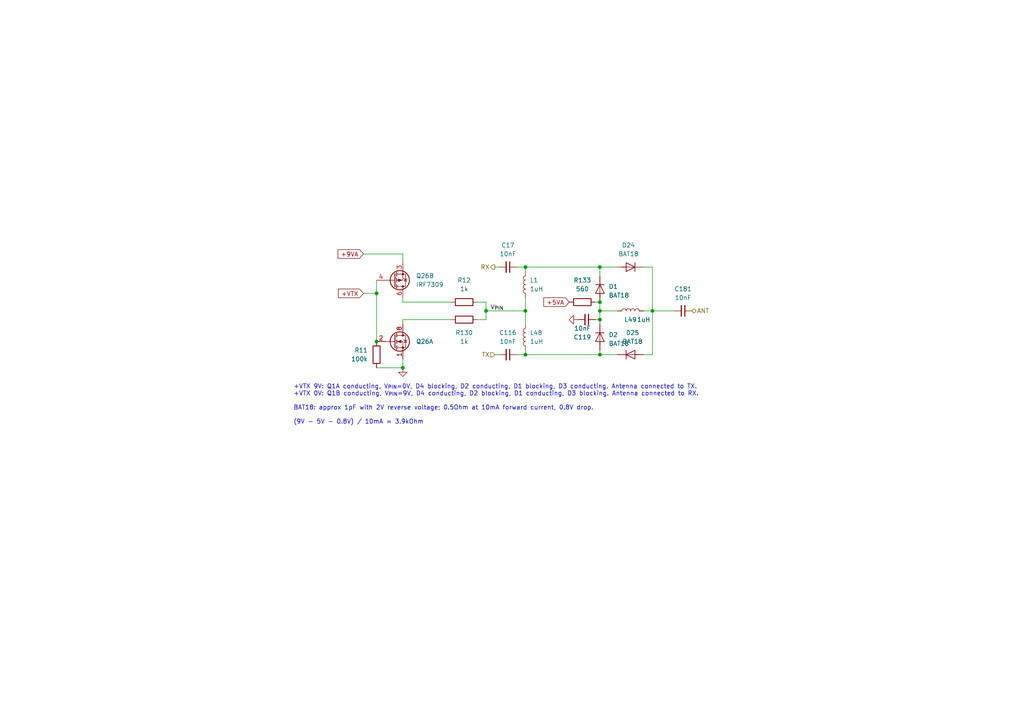
<source format=kicad_sch>
(kicad_sch (version 20211123) (generator eeschema)
  (paper "A4")
  (lib_symbols
    (symbol "Device:C_Small" (pin_numbers hide) (pin_names (offset 0.254) hide)
      (property "Reference" "C" (at 0.254 1.778 0))
      (property "Value" "C_Small" (at 0.254 -2.032 0))
      (symbol "C_Small_0_1"
        (polyline (pts (xy -1.524 -0.508) (xy 1.524 -0.508)) (stroke (width 0.3302)))
        (polyline (pts (xy -1.524 0.508) (xy 1.524 0.508)) (stroke (width 0.3048)))
      )
      (symbol "C_Small_1_1"
        (pin passive line (at 0 2.54 270) (length 2.032) (name "~") (number "1"))
        (pin passive line (at 0 -2.54 90) (length 2.032) (name "~") (number "2"))
      )
    )
    (symbol "Device:L" (pin_numbers hide) (pin_names (offset 1.016) hide)
      (property "Reference" "L" (at -1.27 0 90))
      (property "Value" "L" (at 1.905 0 90))
      (symbol "L_0_1"
        (arc (start 0 -2.54) (mid 0.635 -1.905) (end 0 -1.27))
        (arc (start 0 -1.27) (mid 0.635 -0.635) (end 0 0))
        (arc (start 0 0) (mid 0.635 0.635) (end 0 1.27))
        (arc (start 0 1.27) (mid 0.635 1.905) (end 0 2.54))
      )
      (symbol "L_1_1"
        (pin passive line (at 0 3.81 270) (length 1.27) (name "1") (number "1"))
        (pin passive line (at 0 -3.81 90) (length 1.27) (name "2") (number "2"))
      )
    )
    (symbol "Device:R" (pin_numbers hide) (pin_names (offset 0))
      (property "Reference" "R" (at 2.032 0 90))
      (property "Value" "R" (at 0 0 90))
      (symbol "R_0_1"
        (rectangle (start -1.016 -2.54) (end 1.016 2.54) (stroke (width 0.254)))
      )
      (symbol "R_1_1"
        (pin passive line (at 0 3.81 270) (length 1.27) (name "~") (number "1"))
        (pin passive line (at 0 -3.81 90) (length 1.27) (name "~") (number "2"))
      )
    )
    (symbol "Transistor_FET:IRF7309IPBF" (pin_names hide)
      (property "Reference" "Q" (at 5.08 1.905 0))
      (property "Value" "IRF7309IPBF" (at 5.08 0 0))
      (symbol "IRF7309IPBF_0_1"
        (polyline (pts (xy 0.254 0) (xy -2.54 0)))
        (polyline (pts (xy 0.254 1.905) (xy 0.254 -1.905)) (stroke (width 0.254)))
        (polyline (pts (xy 0.762 -1.27) (xy 0.762 -2.286)) (stroke (width 0.254)))
        (polyline (pts (xy 0.762 0.508) (xy 0.762 -0.508)) (stroke (width 0.254)))
        (polyline (pts (xy 0.762 2.286) (xy 0.762 1.27)) (stroke (width 0.254)))
        (polyline (pts (xy 2.54 2.54) (xy 2.54 1.778)))
        (polyline (pts (xy 2.54 -2.54) (xy 2.54 0) (xy 0.762 0)))
        (polyline (pts (xy 0.762 -1.778) (xy 3.302 -1.778) (xy 3.302 1.778) (xy 0.762 1.778)))
        (circle (center 1.651 0) (radius 2.794) (stroke (width 0.254)))
        (circle (center 2.54 -1.778) (radius 0.254) (fill (type outline)))
        (circle (center 2.54 1.778) (radius 0.254) (fill (type outline)))
      )
      (symbol "IRF7309IPBF_1_1"
        (polyline (pts (xy 1.016 0) (xy 2.032 0.381) (xy 2.032 -0.381) (xy 1.016 0)) (fill (type outline)))
        (polyline (pts (xy 2.794 0.508) (xy 2.921 0.381) (xy 3.683 0.381) (xy 3.81 0.254)))
        (polyline (pts (xy 3.302 0.381) (xy 2.921 -0.254) (xy 3.683 -0.254) (xy 3.302 0.381)))
        (pin passive line (at 2.54 -5.08 90) (length 2.54) (name "S") (number "1"))
        (pin input line (at -5.08 0 0) (length 2.54) (name "G") (number "2"))
        (pin passive line (at 2.54 5.08 270) (length 2.54) hide (name "D") (number "7"))
        (pin passive line (at 2.54 5.08 270) (length 2.54) (name "D") (number "8"))
      )
      (symbol "IRF7309IPBF_2_1"
        (polyline (pts (xy 2.286 0) (xy 1.27 0.381) (xy 1.27 -0.381) (xy 2.286 0)) (fill (type outline)))
        (polyline (pts (xy 2.794 -0.508) (xy 2.921 -0.381) (xy 3.683 -0.381) (xy 3.81 -0.254)))
        (polyline (pts (xy 3.302 -0.381) (xy 2.921 0.254) (xy 3.683 0.254) (xy 3.302 -0.381)))
        (pin passive line (at 2.54 -5.08 90) (length 2.54) (name "1") (number "3"))
        (pin input line (at -5.08 0 0) (length 2.54) (name "G") (number "4"))
        (pin passive line (at 2.54 5.08 270) (length 2.54) hide (name "D") (number "5"))
        (pin passive line (at 2.54 5.08 270) (length 2.54) (name "D") (number "6"))
      )
    )
    (symbol "mpb:BAT18" (pin_numbers hide) (pin_names (offset 0) hide)
      (property "Reference" "D" (at 0 2.54 0))
      (property "Value" "BAT18" (at 0 -2.54 0))
      (symbol "BAT18_0_1"
        (polyline (pts (xy -1.27 0) (xy 2.54 0)))
        (polyline (pts (xy -1.27 1.27) (xy -1.27 -1.27)) (stroke (width 0.2032)))
        (polyline (pts (xy 1.27 1.27) (xy 1.27 -1.27) (xy -1.27 0) (xy 1.27 1.27)) (stroke (width 0.2032)))
      )
      (symbol "BAT18_1_1"
        (pin passive line (at 3.81 0 180) (length 2.54) (name "A") (number "1"))
        (pin passive line (at -3.81 0 0) (length 2.54) (name "K") (number "3"))
      )
    )
    (symbol "power:GND" (power) (pin_names (offset 0))
      (property "Value" "GND" (at 0 -3.81 0))
      (symbol "GND_0_1"
        (polyline (pts (xy 0 0) (xy 0 -1.27) (xy 1.27 -1.27) (xy 0 -2.54) (xy -1.27 -1.27) (xy 0 -1.27)))
      )
      (symbol "GND_1_1"
        (pin power_in line (at 0 0 270) (length 0) hide (name "GND") (number "1"))
      )
    )
  )
  (junction (at 152.4 102.87))
  (junction (at 109.22 99.06))
  (junction (at 173.99 87.63))
  (junction (at 189.23 90.17))
  (junction (at 116.84 106.68))
  (junction (at 140.97 90.17))
  (junction (at 173.99 77.47))
  (junction (at 173.99 92.71))
  (junction (at 152.4 77.47))
  (junction (at 152.4 90.17))
  (junction (at 109.22 85.09))
  (junction (at 173.99 90.17))
  (junction (at 173.99 102.87))
  (wire (pts (xy 149.86 77.47) (xy 152.4 77.47)))
  (wire (pts (xy 179.07 102.87) (xy 173.99 102.87)))
  (wire (pts (xy 143.51 102.87) (xy 144.78 102.87)))
  (wire (pts (xy 149.86 102.87) (xy 152.4 102.87)))
  (wire (pts (xy 173.99 77.47) (xy 179.07 77.47)))
  (wire (pts (xy 189.23 90.17) (xy 195.58 90.17)))
  (wire (pts (xy 189.23 90.17) (xy 186.69 90.17)))
  (wire (pts (xy 173.99 92.71) (xy 173.99 93.98)))
  (wire (pts (xy 173.99 92.71) (xy 173.99 90.17)))
  (wire (pts (xy 152.4 102.87) (xy 152.4 101.6)))
  (wire (pts (xy 109.22 85.09) (xy 109.22 99.06)))
  (wire (pts (xy 109.22 81.28) (xy 109.22 85.09)))
  (wire (pts (xy 152.4 78.74) (xy 152.4 77.47)))
  (wire (pts (xy 109.22 106.68) (xy 116.84 106.68)))
  (wire (pts (xy 173.99 102.87) (xy 152.4 102.87)))
  (wire (pts (xy 173.99 80.01) (xy 173.99 77.47)))
  (wire (pts (xy 116.84 87.63) (xy 130.81 87.63)))
  (wire (pts (xy 116.84 106.68) (xy 116.84 104.14)))
  (wire (pts (xy 116.84 86.36) (xy 116.84 87.63)))
  (wire (pts (xy 189.23 102.87) (xy 186.69 102.87)))
  (wire (pts (xy 189.23 90.17) (xy 189.23 102.87)))
  (wire (pts (xy 173.99 87.63) (xy 173.99 90.17)))
  (wire (pts (xy 116.84 73.66) (xy 116.84 76.2)))
  (wire (pts (xy 105.41 73.66) (xy 116.84 73.66)))
  (wire (pts (xy 173.99 90.17) (xy 179.07 90.17)))
  (wire (pts (xy 140.97 92.71) (xy 138.43 92.71)))
  (wire (pts (xy 152.4 90.17) (xy 152.4 93.98)))
  (wire (pts (xy 140.97 87.63) (xy 138.43 87.63)))
  (wire (pts (xy 105.41 85.09) (xy 109.22 85.09)))
  (wire (pts (xy 152.4 86.36) (xy 152.4 90.17)))
  (wire (pts (xy 189.23 77.47) (xy 186.69 77.47)))
  (wire (pts (xy 173.99 102.87) (xy 173.99 101.6)))
  (wire (pts (xy 152.4 77.47) (xy 173.99 77.47)))
  (wire (pts (xy 173.99 92.71) (xy 172.72 92.71)))
  (wire (pts (xy 172.72 87.63) (xy 173.99 87.63)))
  (wire (pts (xy 116.84 92.71) (xy 116.84 93.98)))
  (wire (pts (xy 143.51 77.47) (xy 144.78 77.47)))
  (wire (pts (xy 140.97 90.17) (xy 152.4 90.17)))
  (wire (pts (xy 189.23 77.47) (xy 189.23 90.17)))
  (wire (pts (xy 140.97 87.63) (xy 140.97 90.17)))
  (wire (pts (xy 130.81 92.71) (xy 116.84 92.71)))
  (wire (pts (xy 140.97 90.17) (xy 140.97 92.71)))
  (text "+VTX 9V: Q1A conducting, V_{PIN}=0V, D4 blocking, D2 conducting, D1 blocking, D3 conducting. Antenna connected to TX.\n+VTX 0V: Q1B conducting, V_{PIN}=9V, D4 conducting, D2 blocking, D1 conducting, D3 blocking. Antenna connected to RX.\n\nBAT18: approx 1pF with 2V reverse voltage; 0.5Ohm at 10mA forward current, 0.8V drop.\n\n(9V - 5V - 0.8V) / 10mA = 3.9kOhm" (at 85.09 123.19 0) (effects (font (size 1.27 1.27)) (justify left bottom)))
  (label "V_{PIN}" (at 142.24 90.17 0))
  (global_label "+5VA" (shape input) (at 165.1 87.63 180) (property "Intersheet References" "${INTERSHEET_REFS}" (effects hide)))
  (global_label "+VTX" (shape input) (at 105.41 85.09 180) (property "Intersheet References" "${INTERSHEET_REFS}" (effects hide)))
  (global_label "+9VA" (shape input) (at 105.41 73.66 180) (property "Intersheet References" "${INTERSHEET_REFS}" (effects hide)))
  (hierarchical_label "TX" (shape input) (at 143.51 102.87 180))
  (hierarchical_label "ANT" (shape bidirectional) (at 200.66 90.17 0))
  (hierarchical_label "RX" (shape output) (at 143.51 77.47 180))
  (symbol (lib_id "mpb:BAT18") (at 182.88 77.47 180) (unit 1)
    (property "Reference" "D24" (at 182.2958 71.12 0))
    (property "Value" "BAT18" (at 182.2958 73.66 0))
    (property "Footprint" "Package_TO_SOT_SMD:SOT-23_Handsoldering" (effects hide))
    (property "Need_order" "0" (effects hide))
    (property "MPN" "BAT18" (effects hide))
  )
  (symbol (lib_id "power:GND") (at 116.84 106.68 0) (unit 1)
    (property "Reference" "#PWR057" (effects hide))
    (property "Value" "GND" (effects hide))
  )
  (symbol (lib_id "mpb:BAT18") (at 173.99 83.82 270) (unit 1)
    (property "Reference" "D1" (at 176.53 83.1341 90) (effects (justify left)))
    (property "Value" "BAT18" (at 176.53 85.6741 90) (effects (justify left)))
    (property "Footprint" "Package_TO_SOT_SMD:SOT-23_Handsoldering" (effects hide))
    (property "Need_order" "0" (effects hide))
    (property "MPN" "BAT18" (effects hide))
  )
  (symbol (lib_id "Device:C_Small") (at 147.32 77.47 270) (mirror x) (unit 1)
    (property "Reference" "C17" (at 147.3136 71.12 90))
    (property "Value" "10nF" (at 147.3136 73.66 90))
    (property "Footprint" "Capacitor_SMD:C_0805_2012Metric_Pad1.18x1.45mm_HandSolder" (effects hide))
    (property "MPN" "VJ0805A103KXJTBC" (effects hide))
    (property "Need_order" "0" (effects hide))
  )
  (symbol (lib_id "Device:R") (at 134.62 92.71 270) (unit 1)
    (property "Reference" "R130" (at 134.62 96.52 90))
    (property "Value" "1k" (at 134.62 99.06 90))
    (property "Footprint" "Resistor_SMD:R_0603_1608Metric_Pad0.98x0.95mm_HandSolder" (effects hide))
    (property "Need_order" "0" (effects hide))
  )
  (symbol (lib_id "Device:L") (at 152.4 97.79 180) (unit 1)
    (property "Reference" "L48" (at 153.67 96.5199 0) (effects (justify right)))
    (property "Value" "1uH" (at 153.67 99.0599 0) (effects (justify right)))
    (property "Footprint" "Inductor_SMD:L_1008_2520Metric_Pad1.43x2.20mm_HandSolder" (effects hide))
    (property "MPN" "LQW2UAS1R0x0CL" (effects hide))
    (property "Need_order" "0" (effects hide))
  )
  (symbol (lib_id "Device:C_Small") (at 198.12 90.17 270) (mirror x) (unit 1)
    (property "Reference" "C181" (at 198.1136 83.82 90))
    (property "Value" "10nF" (at 198.1136 86.36 90))
    (property "Footprint" "Capacitor_SMD:C_0805_2012Metric_Pad1.18x1.45mm_HandSolder" (effects hide))
    (property "MPN" "VJ0805A103KXJTBC" (effects hide))
    (property "Need_order" "0" (effects hide))
  )
  (symbol (lib_id "Transistor_FET:IRF7309IPBF") (at 114.3 99.06 0) (unit 1)
    (property "Reference" "Q26" (at 120.65 99.0599 0) (effects (justify left)))
    (property "Value" "IRF7309" (effects hide))
    (property "Footprint" "Package_SO:SOIC-8_3.9x4.9mm_P1.27mm" (effects hide))
    (property "Datasheet" "http://www.irf.com/product-info/datasheets/data/irf7309ipbf.pdf" (effects hide))
    (property "MPN" "IRF7309TRPBF" (effects hide))
    (property "Need_order" "0" (effects hide))
  )
  (symbol (lib_id "Transistor_FET:IRF7309IPBF") (at 114.3 81.28 0) (mirror x) (unit 2)
    (property "Reference" "Q26" (at 120.65 80.0099 0) (effects (justify left)))
    (property "Value" "IRF7309" (at 120.65 82.5499 0) (effects (justify left)))
    (property "Footprint" "Package_SO:SOIC-8_3.9x4.9mm_P1.27mm" (effects hide))
    (property "Datasheet" "http://www.irf.com/product-info/datasheets/data/irf7309ipbf.pdf" (effects hide))
    (property "MPN" "IRF7309TRPBF" (effects hide))
    (property "Need_order" "0" (effects hide))
  )
  (symbol (lib_id "mpb:BAT18") (at 182.88 102.87 0) (unit 1)
    (property "Reference" "D25" (at 183.4642 96.52 0))
    (property "Value" "BAT18" (at 183.4642 99.06 0))
    (property "Footprint" "Package_TO_SOT_SMD:SOT-23_Handsoldering" (effects hide))
    (property "Need_order" "0" (effects hide))
    (property "MPN" "BAT18" (effects hide))
  )
  (symbol (lib_id "Device:L") (at 182.88 90.17 90) (unit 1)
    (property "Reference" "L49" (at 182.88 92.71 90))
    (property "Value" "1uH" (at 186.69 92.71 90))
    (property "Footprint" "Inductor_SMD:L_1008_2520Metric_Pad1.43x2.20mm_HandSolder" (effects hide))
    (property "MPN" "LQW2UAS1R0x0CL" (effects hide))
    (property "Need_order" "0" (effects hide))
  )
  (symbol (lib_id "Device:R") (at 109.22 102.87 0) (unit 1)
    (property "Reference" "R11" (at 106.68 101.5999 0) (effects (justify right)))
    (property "Value" "100k" (at 106.68 104.1399 0) (effects (justify right)))
    (property "Footprint" "Resistor_SMD:R_0603_1608Metric_Pad0.98x0.95mm_HandSolder" (effects hide))
    (property "Need_order" "0" (effects hide))
  )
  (symbol (lib_id "mpb:BAT18") (at 173.99 97.79 270) (unit 1)
    (property "Reference" "D2" (at 176.53 97.1041 90) (effects (justify left)))
    (property "Value" "BAT18" (at 176.53 99.6441 90) (effects (justify left)))
    (property "Footprint" "Package_TO_SOT_SMD:SOT-23_Handsoldering" (effects hide))
    (property "Need_order" "0" (effects hide))
    (property "MPN" "BAT18" (effects hide))
  )
  (symbol (lib_id "Device:C_Small") (at 147.32 102.87 270) (mirror x) (unit 1)
    (property "Reference" "C116" (at 147.3136 96.52 90))
    (property "Value" "10nF" (at 147.3136 99.06 90))
    (property "Footprint" "Capacitor_SMD:C_0805_2012Metric_Pad1.18x1.45mm_HandSolder" (effects hide))
    (property "MPN" "VJ0805A103KXJTBC" (effects hide))
    (property "Need_order" "0" (effects hide))
  )
  (symbol (lib_id "power:GND") (at 167.64 92.71 270) (unit 1)
    (property "Reference" "#PWR060" (effects hide))
    (property "Value" "GND" (effects hide))
  )
  (symbol (lib_id "Device:R") (at 168.91 87.63 270) (unit 1)
    (property "Reference" "R133" (at 168.91 81.28 90))
    (property "Value" "560" (at 168.91 83.82 90))
    (property "Footprint" "Resistor_SMD:R_0603_1608Metric_Pad0.98x0.95mm_HandSolder" (effects hide))
    (property "Need_order" "0" (effects hide))
  )
  (symbol (lib_id "Device:C_Small") (at 170.18 92.71 270) (mirror x) (unit 1)
    (property "Reference" "C119" (at 168.91 97.79 90))
    (property "Value" "10nF" (at 168.91 95.25 90))
    (property "Footprint" "Capacitor_SMD:C_0805_2012Metric_Pad1.18x1.45mm_HandSolder" (effects hide))
    (property "MPN" "VJ0805A103KXJTBC" (effects hide))
    (property "Need_order" "0" (effects hide))
  )
  (symbol (lib_id "Device:L") (at 152.4 82.55 180) (unit 1)
    (property "Reference" "L1" (at 153.67 81.2799 0) (effects (justify right)))
    (property "Value" "1uH" (at 153.67 83.8199 0) (effects (justify right)))
    (property "Footprint" "Inductor_SMD:L_1008_2520Metric_Pad1.43x2.20mm_HandSolder" (effects hide))
    (property "MPN" "LQW2UAS1R0x0CL" (effects hide))
    (property "Need_order" "0" (effects hide))
  )
  (symbol (lib_id "Device:R") (at 134.62 87.63 270) (unit 1)
    (property "Reference" "R12" (at 134.62 81.28 90))
    (property "Value" "1k" (at 134.62 83.82 90))
    (property "Footprint" "Resistor_SMD:R_0603_1608Metric_Pad0.98x0.95mm_HandSolder" (effects hide))
    (property "Need_order" "0" (effects hide))
  )
)
</source>
